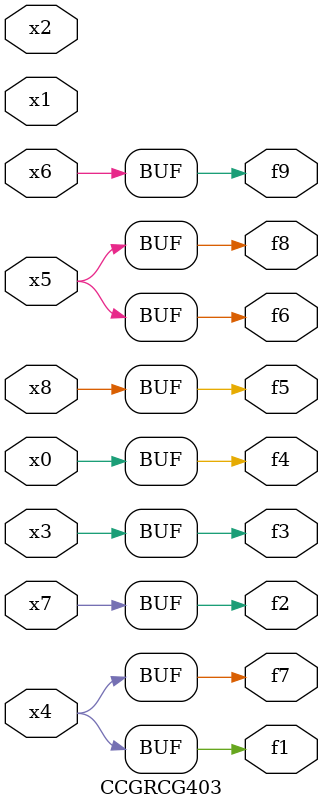
<source format=v>
module CCGRCG403(
	input x0, x1, x2, x3, x4, x5, x6, x7, x8,
	output f1, f2, f3, f4, f5, f6, f7, f8, f9
);
	assign f1 = x4;
	assign f2 = x7;
	assign f3 = x3;
	assign f4 = x0;
	assign f5 = x8;
	assign f6 = x5;
	assign f7 = x4;
	assign f8 = x5;
	assign f9 = x6;
endmodule

</source>
